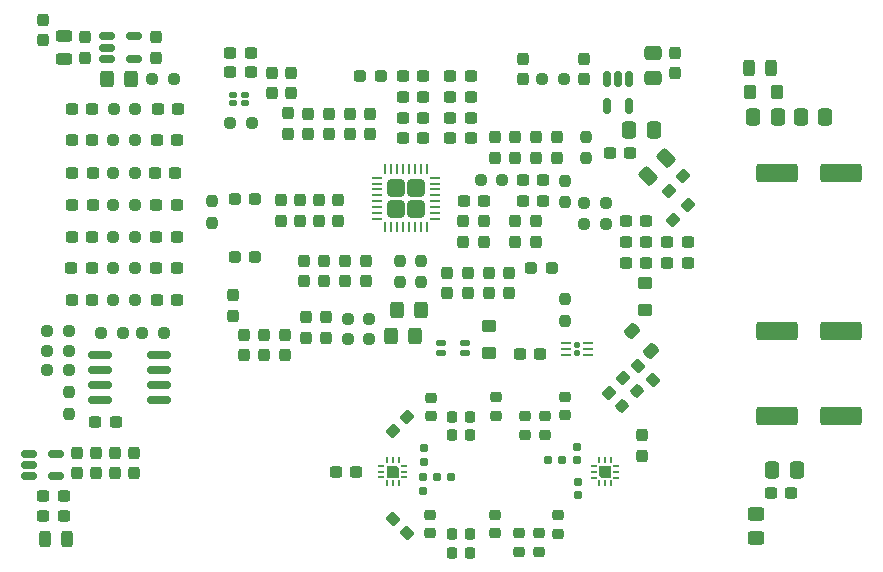
<source format=gbr>
%TF.GenerationSoftware,KiCad,Pcbnew,8.0.9-8.0.9-0~ubuntu22.04.1*%
%TF.CreationDate,2025-06-08T18:36:03+02:00*%
%TF.ProjectId,LO_synth_ADF4351_module,4c4f5f73-796e-4746-985f-414446343335,rev?*%
%TF.SameCoordinates,Original*%
%TF.FileFunction,Paste,Top*%
%TF.FilePolarity,Positive*%
%FSLAX46Y46*%
G04 Gerber Fmt 4.6, Leading zero omitted, Abs format (unit mm)*
G04 Created by KiCad (PCBNEW 8.0.9-8.0.9-0~ubuntu22.04.1) date 2025-06-08 18:36:03*
%MOMM*%
%LPD*%
G01*
G04 APERTURE LIST*
G04 Aperture macros list*
%AMRoundRect*
0 Rectangle with rounded corners*
0 $1 Rounding radius*
0 $2 $3 $4 $5 $6 $7 $8 $9 X,Y pos of 4 corners*
0 Add a 4 corners polygon primitive as box body*
4,1,4,$2,$3,$4,$5,$6,$7,$8,$9,$2,$3,0*
0 Add four circle primitives for the rounded corners*
1,1,$1+$1,$2,$3*
1,1,$1+$1,$4,$5*
1,1,$1+$1,$6,$7*
1,1,$1+$1,$8,$9*
0 Add four rect primitives between the rounded corners*
20,1,$1+$1,$2,$3,$4,$5,0*
20,1,$1+$1,$4,$5,$6,$7,0*
20,1,$1+$1,$6,$7,$8,$9,0*
20,1,$1+$1,$8,$9,$2,$3,0*%
%AMOutline5P*
0 Free polygon, 5 corners , with rotation*
0 The origin of the aperture is its center*
0 number of corners: always 5*
0 $1 to $10 corner X, Y*
0 $11 Rotation angle, in degrees counterclockwise*
0 create outline with 5 corners*
4,1,5,$1,$2,$3,$4,$5,$6,$7,$8,$9,$10,$1,$2,$11*%
%AMOutline6P*
0 Free polygon, 6 corners , with rotation*
0 The origin of the aperture is its center*
0 number of corners: always 6*
0 $1 to $12 corner X, Y*
0 $13 Rotation angle, in degrees counterclockwise*
0 create outline with 6 corners*
4,1,6,$1,$2,$3,$4,$5,$6,$7,$8,$9,$10,$11,$12,$1,$2,$13*%
%AMOutline7P*
0 Free polygon, 7 corners , with rotation*
0 The origin of the aperture is its center*
0 number of corners: always 7*
0 $1 to $14 corner X, Y*
0 $15 Rotation angle, in degrees counterclockwise*
0 create outline with 7 corners*
4,1,7,$1,$2,$3,$4,$5,$6,$7,$8,$9,$10,$11,$12,$13,$14,$1,$2,$15*%
%AMOutline8P*
0 Free polygon, 8 corners , with rotation*
0 The origin of the aperture is its center*
0 number of corners: always 8*
0 $1 to $16 corner X, Y*
0 $17 Rotation angle, in degrees counterclockwise*
0 create outline with 8 corners*
4,1,8,$1,$2,$3,$4,$5,$6,$7,$8,$9,$10,$11,$12,$13,$14,$15,$16,$1,$2,$17*%
G04 Aperture macros list end*
%ADD10RoundRect,0.237500X0.237500X-0.300000X0.237500X0.300000X-0.237500X0.300000X-0.237500X-0.300000X0*%
%ADD11RoundRect,0.237500X-0.250000X-0.237500X0.250000X-0.237500X0.250000X0.237500X-0.250000X0.237500X0*%
%ADD12RoundRect,0.237500X0.300000X0.237500X-0.300000X0.237500X-0.300000X-0.237500X0.300000X-0.237500X0*%
%ADD13RoundRect,0.237500X-0.300000X-0.237500X0.300000X-0.237500X0.300000X0.237500X-0.300000X0.237500X0*%
%ADD14RoundRect,0.155000X-0.155000X0.212500X-0.155000X-0.212500X0.155000X-0.212500X0.155000X0.212500X0*%
%ADD15RoundRect,0.237500X-0.237500X0.300000X-0.237500X-0.300000X0.237500X-0.300000X0.237500X0.300000X0*%
%ADD16RoundRect,0.225000X-0.250000X0.225000X-0.250000X-0.225000X0.250000X-0.225000X0.250000X0.225000X0*%
%ADD17RoundRect,0.250000X-0.350000X0.275000X-0.350000X-0.275000X0.350000X-0.275000X0.350000X0.275000X0*%
%ADD18RoundRect,0.237500X0.044194X0.380070X-0.380070X-0.044194X-0.044194X-0.380070X0.380070X0.044194X0*%
%ADD19RoundRect,0.250000X-0.325000X-0.450000X0.325000X-0.450000X0.325000X0.450000X-0.325000X0.450000X0*%
%ADD20RoundRect,0.237500X0.237500X-0.250000X0.237500X0.250000X-0.237500X0.250000X-0.237500X-0.250000X0*%
%ADD21RoundRect,0.237500X-0.237500X0.287500X-0.237500X-0.287500X0.237500X-0.287500X0.237500X0.287500X0*%
%ADD22RoundRect,0.237500X0.250000X0.237500X-0.250000X0.237500X-0.250000X-0.237500X0.250000X-0.237500X0*%
%ADD23RoundRect,0.237500X-0.237500X0.250000X-0.237500X-0.250000X0.237500X-0.250000X0.237500X0.250000X0*%
%ADD24RoundRect,0.225000X0.250000X-0.225000X0.250000X0.225000X-0.250000X0.225000X-0.250000X-0.225000X0*%
%ADD25RoundRect,0.250000X-1.500000X-0.550000X1.500000X-0.550000X1.500000X0.550000X-1.500000X0.550000X0*%
%ADD26RoundRect,0.250000X-0.475000X0.337500X-0.475000X-0.337500X0.475000X-0.337500X0.475000X0.337500X0*%
%ADD27RoundRect,0.218750X-0.256250X0.218750X-0.256250X-0.218750X0.256250X-0.218750X0.256250X0.218750X0*%
%ADD28RoundRect,0.250000X0.337500X0.475000X-0.337500X0.475000X-0.337500X-0.475000X0.337500X-0.475000X0*%
%ADD29RoundRect,0.250000X0.350000X-0.275000X0.350000X0.275000X-0.350000X0.275000X-0.350000X-0.275000X0*%
%ADD30RoundRect,0.250000X-0.337500X-0.475000X0.337500X-0.475000X0.337500X0.475000X-0.337500X0.475000X0*%
%ADD31RoundRect,0.125000X0.325000X0.125000X-0.325000X0.125000X-0.325000X-0.125000X0.325000X-0.125000X0*%
%ADD32RoundRect,0.218750X0.218750X0.256250X-0.218750X0.256250X-0.218750X-0.256250X0.218750X-0.256250X0*%
%ADD33RoundRect,0.243750X0.243750X0.456250X-0.243750X0.456250X-0.243750X-0.456250X0.243750X-0.456250X0*%
%ADD34RoundRect,0.237500X0.008839X0.344715X-0.344715X-0.008839X-0.008839X-0.344715X0.344715X0.008839X0*%
%ADD35RoundRect,0.237500X-0.035355X-0.371231X0.371231X0.035355X0.035355X0.371231X-0.371231X-0.035355X0*%
%ADD36RoundRect,0.150000X-0.512500X-0.150000X0.512500X-0.150000X0.512500X0.150000X-0.512500X0.150000X0*%
%ADD37RoundRect,0.250000X-0.097227X0.574524X-0.574524X0.097227X0.097227X-0.574524X0.574524X-0.097227X0*%
%ADD38RoundRect,0.155000X0.155000X-0.212500X0.155000X0.212500X-0.155000X0.212500X-0.155000X-0.212500X0*%
%ADD39RoundRect,0.237500X-0.287500X-0.237500X0.287500X-0.237500X0.287500X0.237500X-0.287500X0.237500X0*%
%ADD40RoundRect,0.120000X-0.120000X-0.155000X0.120000X-0.155000X0.120000X0.155000X-0.120000X0.155000X0*%
%ADD41RoundRect,0.062500X-0.375000X-0.062500X0.375000X-0.062500X0.375000X0.062500X-0.375000X0.062500X0*%
%ADD42RoundRect,0.225000X-0.225000X-0.250000X0.225000X-0.250000X0.225000X0.250000X-0.225000X0.250000X0*%
%ADD43RoundRect,0.237500X0.380070X-0.044194X-0.044194X0.380070X-0.380070X0.044194X0.044194X-0.380070X0*%
%ADD44RoundRect,0.160000X-0.197500X-0.160000X0.197500X-0.160000X0.197500X0.160000X-0.197500X0.160000X0*%
%ADD45RoundRect,0.160000X0.197500X0.160000X-0.197500X0.160000X-0.197500X-0.160000X0.197500X-0.160000X0*%
%ADD46RoundRect,0.062500X-0.062500X-0.175000X0.062500X-0.175000X0.062500X0.175000X-0.062500X0.175000X0*%
%ADD47RoundRect,0.062500X-0.175000X0.062500X-0.175000X-0.062500X0.175000X-0.062500X0.175000X0.062500X0*%
%ADD48Outline5P,-0.500000X0.300000X-0.300000X0.500000X0.500000X0.500000X0.500000X-0.500000X-0.500000X-0.500000X270.000000*%
%ADD49RoundRect,0.150000X-0.150000X0.512500X-0.150000X-0.512500X0.150000X-0.512500X0.150000X0.512500X0*%
%ADD50RoundRect,0.062500X0.062500X0.175000X-0.062500X0.175000X-0.062500X-0.175000X0.062500X-0.175000X0*%
%ADD51RoundRect,0.062500X0.175000X-0.062500X0.175000X0.062500X-0.175000X0.062500X-0.175000X-0.062500X0*%
%ADD52Outline5P,-0.500000X0.300000X-0.300000X0.500000X0.500000X0.500000X0.500000X-0.500000X-0.500000X-0.500000X90.000000*%
%ADD53RoundRect,0.237500X0.287500X0.237500X-0.287500X0.237500X-0.287500X-0.237500X0.287500X-0.237500X0*%
%ADD54RoundRect,0.250000X0.441942X0.053033X0.053033X0.441942X-0.441942X-0.053033X-0.053033X-0.441942X0*%
%ADD55RoundRect,0.250000X0.450000X-0.325000X0.450000X0.325000X-0.450000X0.325000X-0.450000X-0.325000X0*%
%ADD56RoundRect,0.243750X0.456250X-0.243750X0.456250X0.243750X-0.456250X0.243750X-0.456250X-0.243750X0*%
%ADD57RoundRect,0.250000X0.275000X0.350000X-0.275000X0.350000X-0.275000X-0.350000X0.275000X-0.350000X0*%
%ADD58RoundRect,0.125000X0.175000X0.125000X-0.175000X0.125000X-0.175000X-0.125000X0.175000X-0.125000X0*%
%ADD59RoundRect,0.250000X-0.480000X-0.480000X0.480000X-0.480000X0.480000X0.480000X-0.480000X0.480000X0*%
%ADD60RoundRect,0.062500X-0.350000X-0.062500X0.350000X-0.062500X0.350000X0.062500X-0.350000X0.062500X0*%
%ADD61RoundRect,0.062500X-0.062500X-0.350000X0.062500X-0.350000X0.062500X0.350000X-0.062500X0.350000X0*%
%ADD62RoundRect,0.150000X0.825000X0.150000X-0.825000X0.150000X-0.825000X-0.150000X0.825000X-0.150000X0*%
G04 APERTURE END LIST*
D10*
%TO.C,C39*%
X98800000Y-54462500D03*
X98800000Y-52737500D03*
%TD*%
%TO.C,C26*%
X99100000Y-59600000D03*
X99100000Y-57875000D03*
%TD*%
%TO.C,C14*%
X83100000Y-75862500D03*
X83100000Y-74137500D03*
%TD*%
D11*
%TO.C,R18*%
X122837500Y-53000000D03*
X124662500Y-53000000D03*
%TD*%
D12*
%TO.C,C98*%
X131612500Y-58000000D03*
X129887500Y-58000000D03*
%TD*%
D13*
%TO.C,C58*%
X111500000Y-45750000D03*
X113225000Y-45750000D03*
%TD*%
D11*
%TO.C,R21*%
X102837500Y-64500000D03*
X104662500Y-64500000D03*
%TD*%
D14*
%TO.C,C85*%
X109250000Y-73732500D03*
X109250000Y-74867500D03*
%TD*%
D15*
%TO.C,C105*%
X98000000Y-41937500D03*
X98000000Y-43662500D03*
%TD*%
D16*
%TO.C,C69*%
X121250000Y-69400000D03*
X121250000Y-70950000D03*
%TD*%
D15*
%TO.C,C83*%
X130500000Y-40237500D03*
X130500000Y-41962500D03*
%TD*%
D14*
%TO.C,C52*%
X122200000Y-73582500D03*
X122200000Y-74717500D03*
%TD*%
D13*
%TO.C,C61*%
X111500000Y-44000000D03*
X113225000Y-44000000D03*
%TD*%
D10*
%TO.C,C46*%
X97200000Y-54462500D03*
X97200000Y-52737500D03*
%TD*%
D15*
%TO.C,C60*%
X101000000Y-62637500D03*
X101000000Y-64362500D03*
%TD*%
D17*
%TO.C,L7*%
X114750000Y-63350000D03*
X114750000Y-65650000D03*
%TD*%
D18*
%TO.C,C95*%
X131209880Y-50690120D03*
X129990120Y-51909880D03*
%TD*%
D19*
%TO.C,D1*%
X82450000Y-42500000D03*
X84500000Y-42500000D03*
%TD*%
D20*
%TO.C,R32*%
X79200000Y-70812500D03*
X79200000Y-68987500D03*
%TD*%
D21*
%TO.C,FB7*%
X97750000Y-45375000D03*
X97750000Y-47125000D03*
%TD*%
D22*
%TO.C,R17*%
X115912500Y-51000000D03*
X114087500Y-51000000D03*
%TD*%
D23*
%TO.C,R19*%
X107250000Y-57837500D03*
X107250000Y-59662500D03*
%TD*%
D24*
%TO.C,C71*%
X119000000Y-82475000D03*
X119000000Y-80925000D03*
%TD*%
D11*
%TO.C,R6*%
X82975000Y-58500000D03*
X84800000Y-58500000D03*
%TD*%
D16*
%TO.C,C75*%
X115400000Y-69425000D03*
X115400000Y-70975000D03*
%TD*%
D10*
%TO.C,C24*%
X111250000Y-60612500D03*
X111250000Y-58887500D03*
%TD*%
D25*
%TO.C,C125*%
X139200000Y-71000000D03*
X144600000Y-71000000D03*
%TD*%
D23*
%TO.C,R24*%
X121250000Y-61087500D03*
X121250000Y-62912500D03*
%TD*%
D20*
%TO.C,R12*%
X123000000Y-49162500D03*
X123000000Y-47337500D03*
%TD*%
D26*
%TO.C,C82*%
X128700000Y-40262500D03*
X128700000Y-42337500D03*
%TD*%
D27*
%TO.C,L1*%
X117300000Y-80912500D03*
X117300000Y-82487500D03*
%TD*%
D28*
%TO.C,C91*%
X128737500Y-46800000D03*
X126662500Y-46800000D03*
%TD*%
D29*
%TO.C,L8*%
X128000000Y-62000000D03*
X128000000Y-59700000D03*
%TD*%
D10*
%TO.C,C59*%
X117000000Y-56250000D03*
X117000000Y-54525000D03*
%TD*%
D12*
%TO.C,C33*%
X109225000Y-45750000D03*
X107500000Y-45750000D03*
%TD*%
D13*
%TO.C,C6*%
X79475000Y-45037500D03*
X81200000Y-45037500D03*
%TD*%
%TO.C,C111*%
X92887500Y-40300000D03*
X94612500Y-40300000D03*
%TD*%
D12*
%TO.C,C48*%
X109225000Y-42250000D03*
X107500000Y-42250000D03*
%TD*%
%TO.C,C103*%
X103562500Y-75700000D03*
X101837500Y-75700000D03*
%TD*%
D10*
%TO.C,C56*%
X118750000Y-56250000D03*
X118750000Y-54525000D03*
%TD*%
D30*
%TO.C,C123*%
X137162500Y-45700000D03*
X139237500Y-45700000D03*
%TD*%
D31*
%TO.C,TR1*%
X112750000Y-65650000D03*
X112750000Y-64850000D03*
X110750000Y-64850000D03*
X110750000Y-65650000D03*
%TD*%
D13*
%TO.C,C3*%
X79437500Y-47600000D03*
X81162500Y-47600000D03*
%TD*%
%TO.C,C57*%
X117637500Y-52750000D03*
X119362500Y-52750000D03*
%TD*%
D10*
%TO.C,C128*%
X79900000Y-75825000D03*
X79900000Y-74100000D03*
%TD*%
D12*
%TO.C,C15*%
X88362500Y-61200000D03*
X86637500Y-61200000D03*
%TD*%
D32*
%TO.C,L4*%
X113187500Y-71050000D03*
X111612500Y-71050000D03*
%TD*%
D13*
%TO.C,C55*%
X111500000Y-47500000D03*
X113225000Y-47500000D03*
%TD*%
D24*
%TO.C,C72*%
X117800000Y-72575000D03*
X117800000Y-71025000D03*
%TD*%
D33*
%TO.C,C1*%
X79037500Y-81400000D03*
X77162500Y-81400000D03*
%TD*%
D34*
%TO.C,R105*%
X127345235Y-68854765D03*
X126054765Y-70145235D03*
%TD*%
D11*
%TO.C,R2*%
X83012500Y-45037500D03*
X84837500Y-45037500D03*
%TD*%
%TO.C,R22*%
X102837500Y-62750000D03*
X104662500Y-62750000D03*
%TD*%
D35*
%TO.C,FB11*%
X130381282Y-54368718D03*
X131618718Y-53131282D03*
%TD*%
D36*
%TO.C,U9*%
X82462500Y-38850000D03*
X82462500Y-39800000D03*
X82462500Y-40750000D03*
X84737500Y-40750000D03*
X84737500Y-38850000D03*
%TD*%
D12*
%TO.C,C21*%
X88337500Y-53100000D03*
X86612500Y-53100000D03*
%TD*%
D15*
%TO.C,C28*%
X104750000Y-45387500D03*
X104750000Y-47112500D03*
%TD*%
%TO.C,C76*%
X99260000Y-62637500D03*
X99260000Y-64362500D03*
%TD*%
D10*
%TO.C,C30*%
X113000000Y-60612500D03*
X113000000Y-58887500D03*
%TD*%
D37*
%TO.C,C97*%
X129733623Y-49166377D03*
X128266377Y-50633623D03*
%TD*%
D12*
%TO.C,C64*%
X119362500Y-51000000D03*
X117637500Y-51000000D03*
%TD*%
D15*
%TO.C,C29*%
X120500000Y-47387500D03*
X120500000Y-49112500D03*
%TD*%
D10*
%TO.C,C47*%
X104350000Y-59600000D03*
X104350000Y-57875000D03*
%TD*%
D13*
%TO.C,C66*%
X111500000Y-42250000D03*
X113225000Y-42250000D03*
%TD*%
D11*
%TO.C,R14*%
X122837500Y-54750000D03*
X124662500Y-54750000D03*
%TD*%
D13*
%TO.C,C102*%
X126387500Y-54500000D03*
X128112500Y-54500000D03*
%TD*%
D38*
%TO.C,C118*%
X109200000Y-77317500D03*
X109200000Y-76182500D03*
%TD*%
D22*
%TO.C,R37*%
X83762500Y-63950000D03*
X81937500Y-63950000D03*
%TD*%
D39*
%TO.C,FB4*%
X93250000Y-52600000D03*
X95000000Y-52600000D03*
%TD*%
D10*
%TO.C,C40*%
X102600000Y-59600000D03*
X102600000Y-57875000D03*
%TD*%
D12*
%TO.C,C27*%
X109225000Y-47500000D03*
X107500000Y-47500000D03*
%TD*%
D13*
%TO.C,C7*%
X79425000Y-58500000D03*
X81150000Y-58500000D03*
%TD*%
D15*
%TO.C,C106*%
X77000000Y-37475000D03*
X77000000Y-39200000D03*
%TD*%
D21*
%TO.C,FB2*%
X93125000Y-60750000D03*
X93125000Y-62500000D03*
%TD*%
D13*
%TO.C,C93*%
X125037500Y-48700000D03*
X126762500Y-48700000D03*
%TD*%
D23*
%TO.C,R15*%
X121250000Y-51087500D03*
X121250000Y-52912500D03*
%TD*%
D15*
%TO.C,C49*%
X99500000Y-45387500D03*
X99500000Y-47112500D03*
%TD*%
D23*
%TO.C,R20*%
X109000000Y-57837500D03*
X109000000Y-59662500D03*
%TD*%
D28*
%TO.C,C122*%
X143237500Y-45700000D03*
X141162500Y-45700000D03*
%TD*%
D13*
%TO.C,C92*%
X92887500Y-41900000D03*
X94612500Y-41900000D03*
%TD*%
%TO.C,C100*%
X126387500Y-56250000D03*
X128112500Y-56250000D03*
%TD*%
D16*
%TO.C,C74*%
X115250000Y-79375000D03*
X115250000Y-80925000D03*
%TD*%
D10*
%TO.C,C73*%
X94000000Y-65862500D03*
X94000000Y-64137500D03*
%TD*%
D13*
%TO.C,C11*%
X79512500Y-53100000D03*
X81237500Y-53100000D03*
%TD*%
D12*
%TO.C,C8*%
X78762500Y-77800000D03*
X77037500Y-77800000D03*
%TD*%
D11*
%TO.C,R5*%
X82975000Y-55800000D03*
X84800000Y-55800000D03*
%TD*%
D15*
%TO.C,C84*%
X117700000Y-40737500D03*
X117700000Y-42462500D03*
%TD*%
%TO.C,C43*%
X117000000Y-47387500D03*
X117000000Y-49112500D03*
%TD*%
D10*
%TO.C,C18*%
X84700000Y-75862500D03*
X84700000Y-74137500D03*
%TD*%
D16*
%TO.C,C68*%
X120637500Y-79400000D03*
X120637500Y-80950000D03*
%TD*%
D13*
%TO.C,C10*%
X79437500Y-61200000D03*
X81162500Y-61200000D03*
%TD*%
D40*
%TO.C,U6*%
X122250000Y-65000000D03*
X122250000Y-65680000D03*
D41*
X121312500Y-64840000D03*
X121312500Y-65340000D03*
X121312500Y-65840000D03*
X123187500Y-65840000D03*
X123187500Y-65340000D03*
X123187500Y-64840000D03*
%TD*%
D12*
%TO.C,C5*%
X140362500Y-77500000D03*
X138637500Y-77500000D03*
%TD*%
D22*
%TO.C,R34*%
X87262500Y-63950000D03*
X85437500Y-63950000D03*
%TD*%
D42*
%TO.C,C78*%
X111637500Y-72575000D03*
X113187500Y-72575000D03*
%TD*%
D22*
%TO.C,R16*%
X88107500Y-42465000D03*
X86282500Y-42465000D03*
%TD*%
D42*
%TO.C,C77*%
X111650000Y-82575000D03*
X113200000Y-82575000D03*
%TD*%
D15*
%TO.C,C50*%
X115250000Y-47387500D03*
X115250000Y-49112500D03*
%TD*%
D11*
%TO.C,R23*%
X119287500Y-42500000D03*
X121112500Y-42500000D03*
%TD*%
D22*
%TO.C,R36*%
X79225000Y-67100000D03*
X77400000Y-67100000D03*
%TD*%
D43*
%TO.C,C121*%
X128659880Y-67959880D03*
X127440120Y-66740120D03*
%TD*%
D10*
%TO.C,C25*%
X102000000Y-54462500D03*
X102000000Y-52737500D03*
%TD*%
D44*
%TO.C,R101*%
X119805000Y-74700000D03*
X121000000Y-74700000D03*
%TD*%
D19*
%TO.C,L5*%
X106450000Y-64250000D03*
X108500000Y-64250000D03*
%TD*%
D15*
%TO.C,C35*%
X118750000Y-47387500D03*
X118750000Y-49112500D03*
%TD*%
D10*
%TO.C,C65*%
X95750000Y-65862500D03*
X95750000Y-64137500D03*
%TD*%
D43*
%TO.C,C120*%
X107834880Y-80909880D03*
X106615120Y-79690120D03*
%TD*%
D35*
%TO.C,L10*%
X124931282Y-69018718D03*
X126168718Y-67781282D03*
%TD*%
D13*
%TO.C,C96*%
X126387500Y-58000000D03*
X128112500Y-58000000D03*
%TD*%
D11*
%TO.C,R1*%
X82987500Y-61200000D03*
X84812500Y-61200000D03*
%TD*%
D28*
%TO.C,C2*%
X140837500Y-75600000D03*
X138762500Y-75600000D03*
%TD*%
D16*
%TO.C,C80*%
X109875000Y-69475000D03*
X109875000Y-71025000D03*
%TD*%
D10*
%TO.C,C16*%
X81500000Y-75862500D03*
X81500000Y-74137500D03*
%TD*%
D45*
%TO.C,R102*%
X111597500Y-76150000D03*
X110402500Y-76150000D03*
%TD*%
D12*
%TO.C,C99*%
X131612500Y-56250000D03*
X129887500Y-56250000D03*
%TD*%
D46*
%TO.C,U102*%
X107137500Y-74737500D03*
X106637500Y-74737500D03*
X106137500Y-74737500D03*
D47*
X105675000Y-75200000D03*
X105675000Y-75700000D03*
X105675000Y-76200000D03*
D46*
X106137500Y-76662500D03*
X106637500Y-76662500D03*
X107137500Y-76662500D03*
D47*
X107600000Y-76200000D03*
X107600000Y-75700000D03*
X107600000Y-75200000D03*
D48*
X106637500Y-75700000D03*
%TD*%
D10*
%TO.C,C45*%
X116500000Y-60612500D03*
X116500000Y-58887500D03*
%TD*%
D49*
%TO.C,U5*%
X126650000Y-42462500D03*
X125700000Y-42462500D03*
X124750000Y-42462500D03*
X124750000Y-44737500D03*
X126650000Y-44737500D03*
%TD*%
D11*
%TO.C,R3*%
X82962500Y-50400000D03*
X84787500Y-50400000D03*
%TD*%
D12*
%TO.C,C22*%
X88237500Y-50400000D03*
X86512500Y-50400000D03*
%TD*%
D50*
%TO.C,U101*%
X124100000Y-76675000D03*
X124600000Y-76675000D03*
X125100000Y-76675000D03*
D51*
X125562500Y-76212500D03*
X125562500Y-75712500D03*
X125562500Y-75212500D03*
D50*
X125100000Y-74750000D03*
X124600000Y-74750000D03*
X124100000Y-74750000D03*
D51*
X123637500Y-75212500D03*
X123637500Y-75712500D03*
X123637500Y-76212500D03*
D52*
X124600000Y-75712500D03*
%TD*%
D15*
%TO.C,C89*%
X122800000Y-40737500D03*
X122800000Y-42462500D03*
%TD*%
D11*
%TO.C,R33*%
X77387500Y-63800000D03*
X79212500Y-63800000D03*
%TD*%
D12*
%TO.C,C12*%
X88450000Y-44987500D03*
X86725000Y-44987500D03*
%TD*%
D25*
%TO.C,C126*%
X139200000Y-50400000D03*
X144600000Y-50400000D03*
%TD*%
D53*
%TO.C,FB3*%
X120125000Y-58500000D03*
X118375000Y-58500000D03*
%TD*%
D54*
%TO.C,L9*%
X128513173Y-65463173D03*
X126886827Y-63836827D03*
%TD*%
D13*
%TO.C,C9*%
X79487500Y-55800000D03*
X81212500Y-55800000D03*
%TD*%
D22*
%TO.C,R35*%
X79212500Y-65500000D03*
X77387500Y-65500000D03*
%TD*%
D55*
%TO.C,FB1*%
X137400000Y-81325000D03*
X137400000Y-79275000D03*
%TD*%
D56*
%TO.C,C109*%
X78800000Y-40737500D03*
X78800000Y-38862500D03*
%TD*%
D15*
%TO.C,C94*%
X127750000Y-72637500D03*
X127750000Y-74362500D03*
%TD*%
D39*
%TO.C,FB5*%
X93250000Y-57500000D03*
X95000000Y-57500000D03*
%TD*%
D32*
%TO.C,L3*%
X113187500Y-80950000D03*
X111612500Y-80950000D03*
%TD*%
D12*
%TO.C,C101*%
X83162500Y-71500000D03*
X81437500Y-71500000D03*
%TD*%
D25*
%TO.C,C124*%
X139200000Y-63800000D03*
X144600000Y-63800000D03*
%TD*%
D57*
%TO.C,FB12*%
X139150000Y-43600000D03*
X136850000Y-43600000D03*
%TD*%
D10*
%TO.C,C108*%
X86600000Y-40662500D03*
X86600000Y-38937500D03*
%TD*%
D18*
%TO.C,C119*%
X107834880Y-71040120D03*
X106615120Y-72259880D03*
%TD*%
D39*
%TO.C,FB6*%
X103875000Y-42250000D03*
X105625000Y-42250000D03*
%TD*%
D12*
%TO.C,C19*%
X88350000Y-58500000D03*
X86625000Y-58500000D03*
%TD*%
D58*
%TO.C,U8*%
X94100000Y-43800000D03*
X93100000Y-43800000D03*
X93100000Y-44500000D03*
X94100000Y-44500000D03*
%TD*%
D10*
%TO.C,C67*%
X112612500Y-56250000D03*
X112612500Y-54525000D03*
%TD*%
D36*
%TO.C,U1*%
X75825000Y-74200000D03*
X75825000Y-75150000D03*
X75825000Y-76100000D03*
X78100000Y-76100000D03*
X78100000Y-74200000D03*
%TD*%
D11*
%TO.C,R4*%
X82962500Y-53100000D03*
X84787500Y-53100000D03*
%TD*%
D12*
%TO.C,C4*%
X78762500Y-79500000D03*
X77037500Y-79500000D03*
%TD*%
D20*
%TO.C,R107*%
X91300000Y-54625000D03*
X91300000Y-52800000D03*
%TD*%
D13*
%TO.C,C13*%
X79512500Y-50400000D03*
X81237500Y-50400000D03*
%TD*%
D59*
%TO.C,U2*%
X106875000Y-51687500D03*
X106875000Y-53437500D03*
X108625000Y-51687500D03*
X108625000Y-53437500D03*
D60*
X105312500Y-50812500D03*
X105312500Y-51312500D03*
X105312500Y-51812500D03*
X105312500Y-52312500D03*
X105312500Y-52812500D03*
X105312500Y-53312500D03*
X105312500Y-53812500D03*
X105312500Y-54312500D03*
D61*
X106000000Y-55000000D03*
X106500000Y-55000000D03*
X107000000Y-55000000D03*
X107500000Y-55000000D03*
X108000000Y-55000000D03*
X108500000Y-55000000D03*
X109000000Y-55000000D03*
X109500000Y-55000000D03*
D60*
X110187500Y-54312500D03*
X110187500Y-53812500D03*
X110187500Y-53312500D03*
X110187500Y-52812500D03*
X110187500Y-52312500D03*
X110187500Y-51812500D03*
X110187500Y-51312500D03*
X110187500Y-50812500D03*
D61*
X109500000Y-50125000D03*
X109000000Y-50125000D03*
X108500000Y-50125000D03*
X108000000Y-50125000D03*
X107500000Y-50125000D03*
X107000000Y-50125000D03*
X106500000Y-50125000D03*
X106000000Y-50125000D03*
%TD*%
D10*
%TO.C,C63*%
X97500000Y-65862500D03*
X97500000Y-64137500D03*
%TD*%
D11*
%TO.C,R7*%
X82987500Y-47600000D03*
X84812500Y-47600000D03*
%TD*%
D62*
%TO.C,U7*%
X86825000Y-69605000D03*
X86825000Y-68335000D03*
X86825000Y-67065000D03*
X86825000Y-65795000D03*
X81875000Y-65795000D03*
X81875000Y-67065000D03*
X81875000Y-68335000D03*
X81875000Y-69605000D03*
%TD*%
D15*
%TO.C,C42*%
X101250000Y-45387500D03*
X101250000Y-47112500D03*
%TD*%
D12*
%TO.C,C20*%
X88350000Y-55800000D03*
X86625000Y-55800000D03*
%TD*%
D10*
%TO.C,C31*%
X100400000Y-54462500D03*
X100400000Y-52737500D03*
%TD*%
D16*
%TO.C,C79*%
X109825000Y-79375000D03*
X109825000Y-80925000D03*
%TD*%
D38*
%TO.C,C53*%
X122350000Y-77717500D03*
X122350000Y-76582500D03*
%TD*%
D33*
%TO.C,C81*%
X138637500Y-41500000D03*
X136762500Y-41500000D03*
%TD*%
D13*
%TO.C,C86*%
X117387500Y-65750000D03*
X119112500Y-65750000D03*
%TD*%
D12*
%TO.C,C70*%
X114362500Y-52750000D03*
X112637500Y-52750000D03*
%TD*%
%TO.C,C17*%
X88362500Y-47600000D03*
X86637500Y-47600000D03*
%TD*%
D27*
%TO.C,L2*%
X119500000Y-71012500D03*
X119500000Y-72587500D03*
%TD*%
D10*
%TO.C,C62*%
X114362500Y-56250000D03*
X114362500Y-54525000D03*
%TD*%
D12*
%TO.C,C41*%
X109225000Y-44000000D03*
X107500000Y-44000000D03*
%TD*%
D15*
%TO.C,C104*%
X96400000Y-41937499D03*
X96400000Y-43662501D03*
%TD*%
D22*
%TO.C,R108*%
X94712500Y-46200000D03*
X92887500Y-46200000D03*
%TD*%
D19*
%TO.C,L6*%
X106975000Y-62000000D03*
X109025000Y-62000000D03*
%TD*%
D15*
%TO.C,C34*%
X103000000Y-45387500D03*
X103000000Y-47112500D03*
%TD*%
D10*
%TO.C,C38*%
X114750000Y-60612500D03*
X114750000Y-58887500D03*
%TD*%
%TO.C,C32*%
X100850000Y-59600000D03*
X100850000Y-57875000D03*
%TD*%
%TO.C,C107*%
X80600000Y-40662500D03*
X80600000Y-38937500D03*
%TD*%
M02*

</source>
